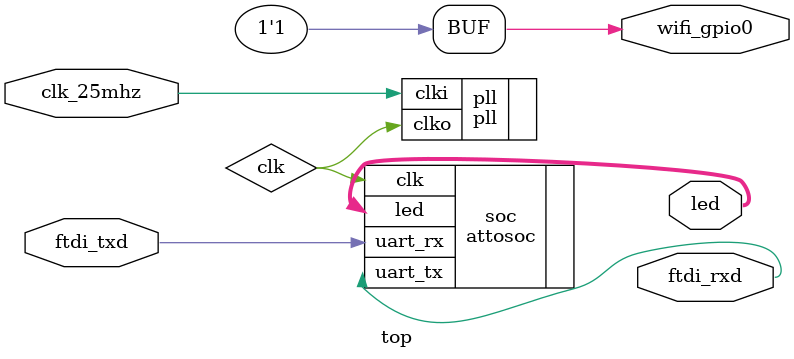
<source format=v>
module top(
    input clk_25mhz,
    output [7:0] led,
    output ftdi_rxd,
    input ftdi_txd,
    output wifi_gpio0
);

assign wifi_gpio0 = 1'b1;

wire clk;
pll pll(
    .clki(clk_25mhz),
    .clko(clk)
);
attosoc soc(
    .clk(clk),
    .led(led),
    .uart_tx(ftdi_rxd),
    .uart_rx(ftdi_txd)
);
endmodule

</source>
